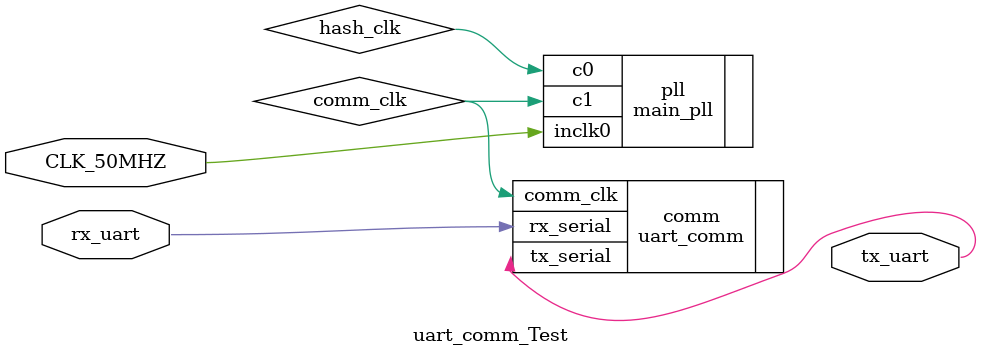
<source format=v>
module uart_comm_Test (
	input CLK_50MHZ,
	input rx_uart,
	output tx_uart
);

	// PLL
	wire hash_clk, comm_clk;
	main_pll pll (
		.inclk0 (CLK_50MHZ),
		.c0 (hash_clk),
		.c1 (comm_clk)
	);


	// Comm Module
	uart_comm comm (
		.comm_clk (comm_clk),
		.rx_serial (rx_uart),
		.tx_serial (tx_uart)
	);

endmodule


</source>
